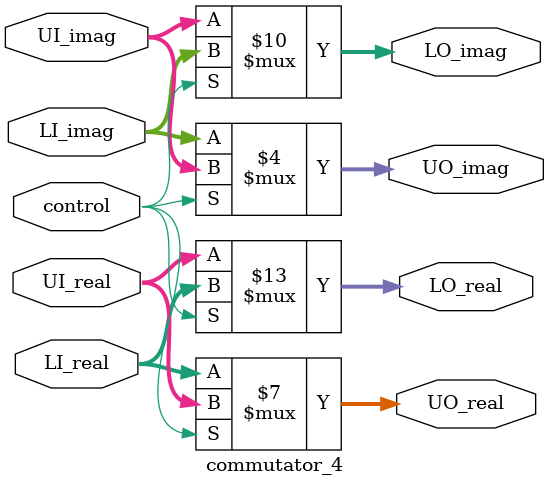
<source format=v>
`timescale 1ns / 1ps
module commutator_4(control, LI_real, LI_imag, UI_real, UI_imag, LO_real, LO_imag, UO_real, UO_imag);
input control;
input signed [13:0] LI_real, LI_imag;
input signed [13:0] UI_real, UI_imag;
output reg signed [13:0] LO_real, LO_imag;
output reg signed [13:0] UO_real, UO_imag;

always @(*)
begin
    if(control==0) // switch
    begin
        LO_real <= UI_real;
        LO_imag <= UI_imag;
        
        UO_real <= LI_real;
        UO_imag <= LI_imag;
    end
    else
    begin
        LO_real <= LI_real;
        LO_imag <= LI_imag;
        
        UO_real <= UI_real;
        UO_imag <= UI_imag;
    end 
end



 
endmodule
</source>
